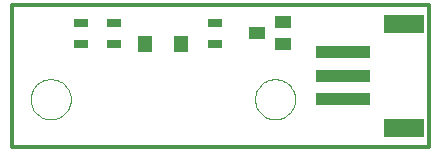
<source format=gtp>
G75*
%MOIN*%
%OFA0B0*%
%FSLAX24Y24*%
%IPPOS*%
%LPD*%
%AMOC8*
5,1,8,0,0,1.08239X$1,22.5*
%
%ADD10C,0.0118*%
%ADD11R,0.1811X0.0394*%
%ADD12R,0.1339X0.0630*%
%ADD13R,0.0472X0.0315*%
%ADD14R,0.0472X0.0551*%
%ADD15R,0.0551X0.0394*%
%ADD16C,0.0000*%
D10*
X000159Y000159D02*
X014057Y000159D01*
X014057Y004883D01*
X000159Y004883D01*
X000159Y000159D01*
D11*
X011179Y001730D03*
X011179Y002517D03*
X011179Y003305D03*
D12*
X013226Y004250D03*
X013226Y000785D03*
D13*
X006931Y003584D03*
X006931Y004293D03*
X003545Y004293D03*
X002443Y004293D03*
X002443Y003584D03*
X003545Y003584D03*
D14*
X004588Y003592D03*
X005769Y003592D03*
D15*
X008324Y003939D03*
X009191Y004313D03*
X009191Y003565D03*
D16*
X008250Y001734D02*
X008252Y001785D01*
X008258Y001836D01*
X008268Y001886D01*
X008281Y001936D01*
X008299Y001984D01*
X008319Y002031D01*
X008344Y002076D01*
X008372Y002119D01*
X008403Y002160D01*
X008437Y002198D01*
X008474Y002233D01*
X008513Y002266D01*
X008555Y002296D01*
X008599Y002322D01*
X008645Y002344D01*
X008693Y002364D01*
X008742Y002379D01*
X008792Y002391D01*
X008842Y002399D01*
X008893Y002403D01*
X008945Y002403D01*
X008996Y002399D01*
X009046Y002391D01*
X009096Y002379D01*
X009145Y002364D01*
X009193Y002344D01*
X009239Y002322D01*
X009283Y002296D01*
X009325Y002266D01*
X009364Y002233D01*
X009401Y002198D01*
X009435Y002160D01*
X009466Y002119D01*
X009494Y002076D01*
X009519Y002031D01*
X009539Y001984D01*
X009557Y001936D01*
X009570Y001886D01*
X009580Y001836D01*
X009586Y001785D01*
X009588Y001734D01*
X009586Y001683D01*
X009580Y001632D01*
X009570Y001582D01*
X009557Y001532D01*
X009539Y001484D01*
X009519Y001437D01*
X009494Y001392D01*
X009466Y001349D01*
X009435Y001308D01*
X009401Y001270D01*
X009364Y001235D01*
X009325Y001202D01*
X009283Y001172D01*
X009239Y001146D01*
X009193Y001124D01*
X009145Y001104D01*
X009096Y001089D01*
X009046Y001077D01*
X008996Y001069D01*
X008945Y001065D01*
X008893Y001065D01*
X008842Y001069D01*
X008792Y001077D01*
X008742Y001089D01*
X008693Y001104D01*
X008645Y001124D01*
X008599Y001146D01*
X008555Y001172D01*
X008513Y001202D01*
X008474Y001235D01*
X008437Y001270D01*
X008403Y001308D01*
X008372Y001349D01*
X008344Y001392D01*
X008319Y001437D01*
X008299Y001484D01*
X008281Y001532D01*
X008268Y001582D01*
X008258Y001632D01*
X008252Y001683D01*
X008250Y001734D01*
X000770Y001734D02*
X000772Y001785D01*
X000778Y001836D01*
X000788Y001886D01*
X000801Y001936D01*
X000819Y001984D01*
X000839Y002031D01*
X000864Y002076D01*
X000892Y002119D01*
X000923Y002160D01*
X000957Y002198D01*
X000994Y002233D01*
X001033Y002266D01*
X001075Y002296D01*
X001119Y002322D01*
X001165Y002344D01*
X001213Y002364D01*
X001262Y002379D01*
X001312Y002391D01*
X001362Y002399D01*
X001413Y002403D01*
X001465Y002403D01*
X001516Y002399D01*
X001566Y002391D01*
X001616Y002379D01*
X001665Y002364D01*
X001713Y002344D01*
X001759Y002322D01*
X001803Y002296D01*
X001845Y002266D01*
X001884Y002233D01*
X001921Y002198D01*
X001955Y002160D01*
X001986Y002119D01*
X002014Y002076D01*
X002039Y002031D01*
X002059Y001984D01*
X002077Y001936D01*
X002090Y001886D01*
X002100Y001836D01*
X002106Y001785D01*
X002108Y001734D01*
X002106Y001683D01*
X002100Y001632D01*
X002090Y001582D01*
X002077Y001532D01*
X002059Y001484D01*
X002039Y001437D01*
X002014Y001392D01*
X001986Y001349D01*
X001955Y001308D01*
X001921Y001270D01*
X001884Y001235D01*
X001845Y001202D01*
X001803Y001172D01*
X001759Y001146D01*
X001713Y001124D01*
X001665Y001104D01*
X001616Y001089D01*
X001566Y001077D01*
X001516Y001069D01*
X001465Y001065D01*
X001413Y001065D01*
X001362Y001069D01*
X001312Y001077D01*
X001262Y001089D01*
X001213Y001104D01*
X001165Y001124D01*
X001119Y001146D01*
X001075Y001172D01*
X001033Y001202D01*
X000994Y001235D01*
X000957Y001270D01*
X000923Y001308D01*
X000892Y001349D01*
X000864Y001392D01*
X000839Y001437D01*
X000819Y001484D01*
X000801Y001532D01*
X000788Y001582D01*
X000778Y001632D01*
X000772Y001683D01*
X000770Y001734D01*
M02*

</source>
